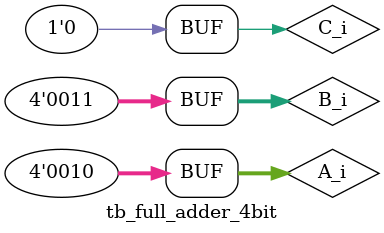
<source format=v>
`include "full_adder_4bit.v"
`timescale 1ns/1ns

module tb_full_adder_4bit (
    // TB don't have any I/O port
);

    reg  [3:0] A_i;
    reg  [3:0] B_i;
    reg        C_i;
    wire [3:0] S_o;
    wire       C_o;

    // DUT inst
    full_adder_4bit u_full_adder_4bit(
        .A_i (A_i), 
        .B_i (B_i),
        .C_i (C_i),
        .S_o (S_o),
        .C_o (C_o)
    );

    initial begin
        #0
            A_i = 'd10;
            B_i = 'd5;
            C_i = 'd0;

        #1
            A_i = 'd3;
            B_i = 'd7;
            C_i = 'd0;
        #1
            A_i = 'd2;
            B_i = 'd3;
            C_i = 'd0;

    end

    initial begin
	    $dumpfile("tb_full_adder_4bit.vcd");
	    $dumpvars(0, tb_full_adder_4bit);
    end

endmodule
</source>
